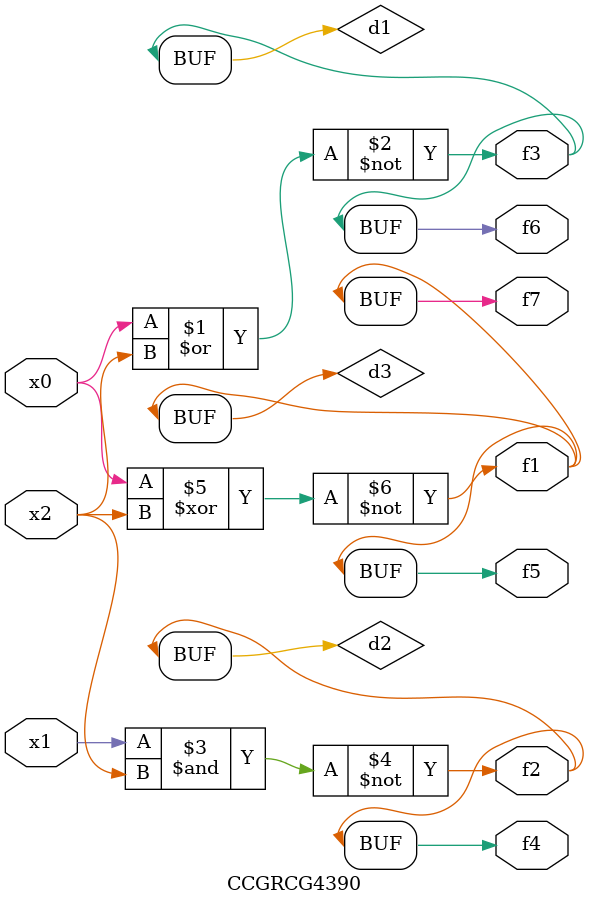
<source format=v>
module CCGRCG4390(
	input x0, x1, x2,
	output f1, f2, f3, f4, f5, f6, f7
);

	wire d1, d2, d3;

	nor (d1, x0, x2);
	nand (d2, x1, x2);
	xnor (d3, x0, x2);
	assign f1 = d3;
	assign f2 = d2;
	assign f3 = d1;
	assign f4 = d2;
	assign f5 = d3;
	assign f6 = d1;
	assign f7 = d3;
endmodule

</source>
